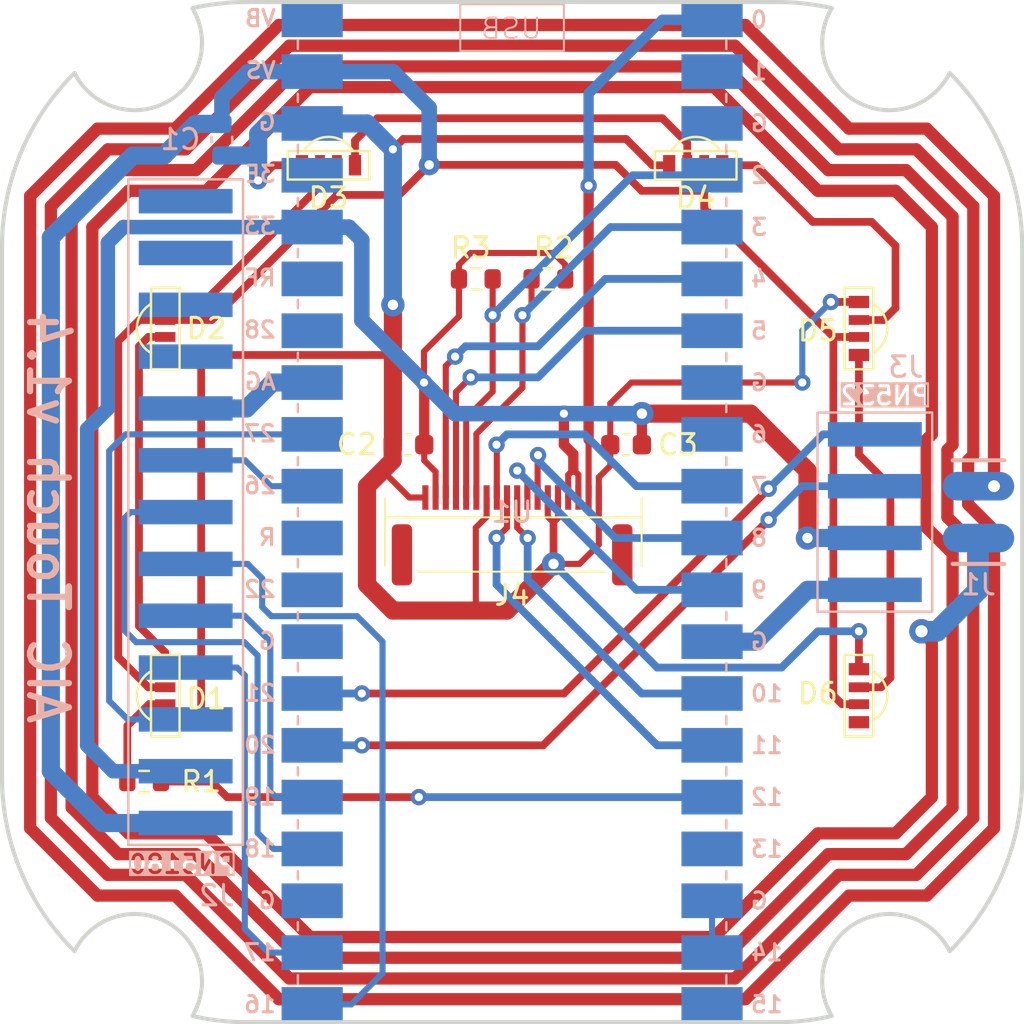
<source format=kicad_pcb>
(kicad_pcb (version 20221018) (generator pcbnew)
  (title_block (title "AIC Pico with PN5180"))
  (layers (0 "F.Cu" signal) (31 "B.Cu" signal) (34 "B.Paste" user) (35 "F.Paste" user) (36 "B.SilkS" user "B.Silkscreen") (37 "F.SilkS" user "F.Silkscreen") (38 "B.Mask" user) (39 "F.Mask" user) (44 "Edge.Cuts" user))
  (net 0 "")
  (net 1 "+5V")
  (net 2 "GND")
  (net 3 "+3V3")
  (net 4 "Net-(D1-In)")
  (net 5 "Net-(D1-Out)")
  (net 6 "Net-(D2-Out)")
  (net 7 "/RGB")
  (net 8 "Net-(D5-Out)")
  (net 10 "/LEDK")
  (net 11 "/D{slash}C")
  (net 12 "/CS")
  (net 13 "/SCK")
  (net 14 "/SDA")
  (net 15 "/RST")
  (net 16 "/TP_SCL")
  (net 17 "/TP_SDA")
  (net 18 "/TP_RST")
  (net 20 "/TP_INT")
  (net 22 "Net-(J3-SDA)")
  (net 23 "Net-(J3-SCL)")
  (net 28 "/ANT")
  (net 29 "Net-(J2-RST)")
  (net 30 "Net-(J2-NSS)")
  (net 31 "Net-(J2-MOSI)")
  (net 32 "Net-(J2-MISO)")
  (net 33 "Net-(J2-SCK)")
  (net 34 "Net-(J2-BUSY)")
  (net 39 "unconnected-(U1-GPIO6-Pad9)")
  (net 43 "Net-(D3-Out)")
  (net 44 "Net-(D4-Out)")
  (net 45 "Net-(U1-GPIO14)")
  (net 50 "/5180_GND")
  (net 51 "/532_GND")
  (footprint "aic_pico:WS2812B-1204" (layer "F.Cu") (at 144.32 96.4 180)
    (fp_text reference "D4")
    (fp_text value "WS2812B_Unified" hide)
  )
  (footprint "aic_pico:WS2812B-1204" (layer "F.Cu") (at 152.32 104.4 90)
    (fp_text reference "D5")
    (fp_text value "WS2812B_Unified" hide)
  )
  (footprint "Resistor_SMD:R_0603_1608Metric" (layer "F.Cu") (at 137.098 101.97)
    (fp_text reference "R2")
    (fp_text value "2K" hide)
  )
  (footprint "aic_pico:WS2812B-1204" (layer "F.Cu") (at 126.32 96.4 180)
    (fp_text reference "D3")
    (fp_text value "WS2812B_Unified" hide)
  )
  (footprint "aic_pico:WS2812B-1204" (layer "F.Cu") (at 118.32 122.4 -90)
    (fp_text reference "D1")
    (fp_text value "WS2812B_Unified" hide)
  )
  (footprint "Capacitor_SMD:C_0603_1608Metric" (layer "F.Cu") (at 140.908 110.098 180)
    (fp_text reference "C3")
    (fp_text value "0.1uF" hide)
  )
  (footprint "Resistor_SMD:R_0603_1608Metric" (layer "F.Cu") (at 117.286 126.608)
    (fp_text reference "R1")
    (fp_text value "10" hide)
  )
  (footprint "Resistor_SMD:R_0603_1608Metric" (layer "F.Cu") (at 133.542 101.97 180)
    (fp_text reference "R3")
    (fp_text value "2K" hide)
  )
  (footprint "aic_pico:FPC-0.5-1.0H-18P" (layer "F.Cu") (at 135.32 114.035)
    (fp_text reference "J4")
    (fp_text value "Display" hide)
  )
  (footprint "Capacitor_SMD:C_0603_1608Metric" (layer "F.Cu") (at 130.24 110.098 180)
    (fp_text reference "C2")
    (fp_text value "0.1uF" hide)
  )
  (footprint "aic_pico:WS2812B-1204" (layer "F.Cu") (at 152.32 122.4 90)
    (fp_text reference "D6")
    (fp_text value "WS2812B_Unified" hide)
  )
  (footprint "aic_pico:WS2812B-1204" (layer "F.Cu") (at 118.32 104.4 -90)
    (fp_text reference "D2")
    (fp_text value "WS2812B_Unified" hide)
  )
  (footprint "aic_pico:ANT_2P" (layer "B.Cu") (at 158.18 113.4)
    (fp_text reference "J1")
    (fp_text value "Antenna" hide)
  )
  (footprint "aic_pico:RPi_Pico_SMD_No_USB" (layer "B.Cu") (at 135.32 113.4 180)
    (fp_text reference "U1")
    (fp_text value "Pico")
  )
  (footprint "aic_pico:pn5180_conn" (layer "B.Cu") (at 119.32 113.4)
    (fp_text reference "J2")
    (fp_text value "PN5180" hide)
  )
  (footprint "aic_pico:pn532_conn" (layer "B.Cu") (at 153.1 113.4)
    (fp_text reference "J3")
    (fp_text value "PN532" hide)
  )
  (footprint "Capacitor_SMD:C_0603_1608Metric" (layer "B.Cu") (at 121.096 95.144819 -90)
    (fp_text reference "C1")
    (fp_text value "0.1uF" hide)
  )
  (gr_line (start 148.32 138.399999) (end 122.32 138.399999) (stroke (width 0.2)) (layer "Edge.Cuts"))
  (gr_line (start 160.32 126.399999) (end 160.32 100.399999) (stroke (width 0.2)) (layer "Edge.Cuts"))
  (gr_arc (start 119.649044 88.701025) (mid 118.410332 93.29151) (end 113.870189 91.879395) (stroke (width 0.2)) (layer "Edge.Cuts"))
  (gr_arc (start 150.990956 138.098973) (mid 152.229668 133.508486) (end 156.769811 134.920603) (stroke (width 0.2)) (layer "Edge.Cuts"))
  (gr_arc (start 110.32 100.399999) (mid 111.243048 95.784684) (end 113.870189 91.879395) (stroke (width 0.2)) (layer "Edge.Cuts"))
  (gr_arc (start 113.870189 134.920603) (mid 111.243048 131.015314) (end 110.32 126.399999) (stroke (width 0.2)) (layer "Edge.Cuts"))
  (gr_arc (start 122.32 138.399999) (mid 120.976067 138.324505) (end 119.649044 138.098973) (stroke (width 0.2)) (layer "Edge.Cuts"))
  (gr_arc (start 156.769811 91.879395) (mid 159.396952 95.784684) (end 160.32 100.399999) (stroke (width 0.2)) (layer "Edge.Cuts"))
  (gr_arc (start 160.32 126.399999) (mid 159.396952 131.015314) (end 156.769811 134.920603) (stroke (width 0.2)) (layer "Edge.Cuts"))
  (gr_arc (start 156.769811 91.879395) (mid 152.229668 93.291511) (end 150.990956 88.701025) (stroke (width 0.2)) (layer "Edge.Cuts"))
  (gr_arc (start 150.990956 138.098973) (mid 149.663933 138.324505) (end 148.32 138.399999) (stroke (width 0.2)) (layer "Edge.Cuts"))
  (gr_arc (start 113.870189 134.920603) (mid 118.410332 133.508487) (end 119.649044 138.098973) (stroke (width 0.2)) (layer "Edge.Cuts"))
  (gr_line (start 148.32 88.399999) (end 122.32 88.399999) (stroke (width 0.2)) (layer "Edge.Cuts"))
  (gr_line (start 110.32 126.399999) (end 110.32 100.399999) (stroke (width 0.2)) (layer "Edge.Cuts"))
  (gr_arc (start 148.32 88.399999) (mid 149.663933 88.475493) (end 150.990956 88.701025) (stroke (width 0.2)) (layer "Edge.Cuts"))
  (gr_arc (start 119.649044 88.701025) (mid 120.976067 88.475493) (end 122.32 88.399999) (stroke (width 0.2)) (layer "Edge.Cuts"))
  (gr_text "AIC Touch v1.4" (at 111.444 113.654 270) (layer "B.SilkS") (effects (font (size 1.905 1.778) (thickness 0.3048) bold) (justify bottom mirror)))
  (gr_text "PN532" (at 155.891601 108.214794) (layer "B.SilkS" knockout) (effects (font (size 0.889 0.889) (thickness 0.1524) bold) (justify left bottom mirror)))
  (gr_text "PN5180" (at 121.858 131.18) (layer "B.SilkS" knockout) (effects (font (size 0.889 0.889) (thickness 0.1524) bold) (justify left bottom mirror)))
  (segment (start 151.489052 122.815) (end 152.32 122.815) (width 0.381) (layer "F.Cu") (net 1))
  (segment (start 131.256 96.382) (end 140.4 96.382) (width 0.381) (layer "F.Cu") (net 1))
  (segment (start 141.67 97.652) (end 144.735 97.652) (width 0.381) (layer "F.Cu") (net 1))
  (segment (start 117.049 103.985) (end 116.016 105.018) (width 0.381) (layer "F.Cu") (net 1))
  (segment (start 151.068 104.815) (end 152.32 104.815) (width 0.381) (layer "F.Cu") (net 1))
  (segment (start 116.016 120.512) (end 117.489 121.985) (width 0.381) (layer "F.Cu") (net 1))
  (segment (start 151.068 122.393948) (end 151.489052 122.815) (width 0.381) (layer "F.Cu") (net 1))
  (segment (start 144.735 96.4) (end 144.735 98.482) (width 0.381) (layer "F.Cu") (net 1))
  (segment (start 129.783 97.855) (end 126.735 97.855) (width 0.381) (layer "F.Cu") (net 1))
  (segment (start 118.32 103.985) (end 117.049 103.985) (width 0.381) (layer "F.Cu") (net 1))
  (segment (start 117.489 121.985) (end 118.32 121.985) (width 0.381) (layer "F.Cu") (net 1))
  (segment (start 131.256 96.382) (end 129.783 97.855) (width 0.381) (layer "F.Cu") (net 1))
  (segment (start 126.735 96.4) (end 126.735 97.855) (width 0.381) (layer "F.Cu") (net 1))
  (segment (start 126.735 97.855) (end 120.605 103.985) (width 0.381) (layer "F.Cu") (net 1))
  (segment (start 120.605 103.985) (end 118.32 103.985) (width 0.381) (layer "F.Cu") (net 1))
  (segment (start 116.016 105.018) (end 116.016 120.512) (width 0.381) (layer "F.Cu") (net 1))
  (segment (start 140.4 96.382) (end 141.67 97.652) (width 0.381) (layer "F.Cu") (net 1))
  (segment (start 144.735 98.482) (end 151.068 104.815) (width 0.381) (layer "F.Cu") (net 1))
  (segment (start 151.068 104.815) (end 151.068 122.393948) (width 0.381) (layer "F.Cu") (net 1))
  (via (at 131.256 96.382) (size 1.016) (drill 0.4572) (layers "F.Cu" "B.Cu") (net 1))
  (segment (start 118.251 95.925) (end 119.806181 94.369819) (width 0.889) (layer "B.Cu") (net 1))
  (segment (start 122.366 91.81) (end 121.096 93.08) (width 0.762) (layer "B.Cu") (net 1))
  (segment (start 116.727 95.925) (end 118.251 95.925) (width 0.889) (layer "B.Cu") (net 1))
  (segment (start 119.32 128.64) (end 115.254 128.64) (width 0.889) (layer "B.Cu") (net 1))
  (segment (start 125.52 91.81) (end 122.366 91.81) (width 0.762) (layer "B.Cu") (net 1))
  (segment (start 115.254 128.64) (end 112.714 126.1) (width 0.889) (layer "B.Cu") (net 1))
  (segment (start 112.714 126.1) (end 112.714 99.938) (width 0.889) (layer "B.Cu") (net 1))
  (segment (start 131.256 96.382) (end 131.256 93.588) (width 0.762) (layer "B.Cu") (net 1))
  (segment (start 131.256 93.588) (end 129.478 91.81) (width 0.762) (layer "B.Cu") (net 1))
  (segment (start 112.714 99.938) (end 116.727 95.925) (width 0.889) (layer "B.Cu") (net 1))
  (segment (start 119.806181 94.369819) (end 121.096 94.369819) (width 0.889) (layer "B.Cu") (net 1))
  (segment (start 129.478 91.81) (end 125.52 91.81) (width 0.762) (layer "B.Cu") (net 1))
  (segment (start 121.096 93.08) (end 121.096 94.369819) (width 0.762) (layer "B.Cu") (net 1))
  (segment (start 118.32 123.7) (end 119.432 123.7) (width 0.381) (layer "F.Cu") (net 2))
  (segment (start 137.07 112.685) (end 137.07 113.626) (width 0.3) (layer "F.Cu") (net 2))
  (segment (start 133.542 114.162) (end 133.542 118.226) (width 0.3) (layer "F.Cu") (net 2))
  (segment (start 137.57 113.69) (end 137.352 113.908) (width 0.3) (layer "F.Cu") (net 2))
  (segment (start 129.986 95.112) (end 140.908 95.112) (width 0.381) (layer "F.Cu") (net 2))
  (segment (start 137.07 113.626) (end 137.352 113.908) (width 0.3) (layer "F.Cu") (net 2))
  (segment (start 131.07 112.685) (end 130.287 112.685) (width 0.3) (layer "F.Cu") (net 2))
  (segment (start 134.07 112.685) (end 134.07 113.634) (width 0.3) (layer "F.Cu") (net 2))
  (segment (start 119.432 123.7) (end 120.08 123.052) (width 0.381) (layer "F.Cu") (net 2))
  (segment (start 128.208 116.956) (end 128.208 112.13) (width 0.889) (layer "F.Cu") (net 2))
  (segment (start 118.32 105.7) (end 129.478 105.7) (width 0.381) (layer "F.Cu") (net 2))
  (segment (start 137.352 115.94) (end 138.622 115.94) (width 0.3) (layer "F.Cu") (net 2))
  (segment (start 123.618 96.4) (end 125.02 96.4) (width 0.381) (layer "F.Cu") (net 2))
  (segment (start 129.478 118.226) (end 135.066 118.226) (width 0.889) (layer "F.Cu") (net 2))
  (segment (start 140.908 95.112) (end 142.196 96.4) (width 0.381) (layer "F.Cu") (net 2))
  (segment (start 129.478 118.226) (end 128.208 116.956) (width 0.889) (layer "F.Cu") (net 2))
  (segment (start 137.352 115.94) (end 137.352 113.908) (width 0.381) (layer "F.Cu") (net 2))
  (segment (start 142.196 96.4) (end 143.02 96.4) (width 0.381) (layer "F.Cu") (net 2))
  (segment (start 134.07 113.634) (end 133.542 114.162) (width 0.3) (layer "F.Cu") (net 2))
  (segment (start 129.465 110.873) (end 129.465 110.098) (width 0.889) (layer "F.Cu") (net 2))
  (segment (start 139.57 111.69) (end 139.57 112.685) (width 0.3) (layer "F.Cu") (net 2))
  (segment (start 140.133 110.098) (end 140.133 111.127) (width 0.3) (layer "F.Cu") (net 2))
  (segment (start 129.478 95.62) (end 129.986 95.112) (width 0.381) (layer "F.Cu") (net 2))
  (segment (start 149.544 107.05) (end 141.162 107.05) (width 0.3) (layer "F.Cu") (net 2))
  (segment (start 139.57 114.992) (end 139.57 112.685) (width 0.3) (layer "F.Cu") (net 2))
  (segment (start 140.133 111.127) (end 139.57 111.69) (width 0.3) (layer "F.Cu") (net 2))
  (segment (start 122.874 97.144) (end 123.618 96.4) (width 0.381) (layer "F.Cu") (net 2))
  (segment (start 130.287 112.685) (end 128.97 111.368) (width 0.3) (layer "F.Cu") (net 2))
  (segment (start 150.945803 103.1) (end 152.32 103.1) (width 0.381) (layer "F.Cu") (net 2))
  (segment (start 135.066 118.226) (end 137.352 115.94) (width 0.889) (layer "F.Cu") (net 2))
  (segment (start 141.162 107.05) (end 140.133 108.079) (width 0.3) (layer "F.Cu") (net 2))
  (segment (start 137.57 112.685) (end 137.57 113.69) (width 0.3) (layer "F.Cu") (net 2))
  (segment (start 120.08 123.052) (end 120.08 105.7) (width 0.381) (layer "F.Cu") (net 2))
  (segment (start 152.32 119.242) (end 152.32 121.1) (width 0.381) (layer "F.Cu") (net 2))
  (segment (start 140.133 108.079) (end 140.133 110.098) (width 0.3) (layer "F.Cu") (net 2))
  (segment (start 129.478 110.085) (end 129.465 110.098) (width 0.5) (layer "F.Cu") (net 2))
  (segment (start 129.478 110.085) (end 129.478 103.24) (width 0.889) (layer "F.Cu") (net 2))
  (segment (start 128.208 112.13) (end 129.465 110.873) (width 0.889) (layer "F.Cu") (net 2))
  (segment (start 138.622 115.94) (end 139.57 114.992) (width 0.3) (layer "F.Cu") (net 2))
  (via (at 137.352 115.94) (size 1.143) (drill 0.508) (layers "F.Cu" "B.Cu") (net 2))
  (via (at 122.874 97.144) (size 0.8) (drill 0.4) (layers "F.Cu" "B.Cu") (net 2))
  (via (at 152.32 119.242) (size 0.8) (drill 0.4) (layers "F.Cu" "B.Cu") (net 2))
  (via (at 129.478 95.62) (size 0.8) (drill 0.4) (layers "F.Cu" "B.Cu") (net 2))
  (via (at 150.945803 103.1) (size 0.8) (drill 0.4) (layers "F.Cu" "B.Cu") (net 2))
  (via (at 149.544 107.05) (size 0.8) (drill 0.4) (layers "F.Cu" "B.Cu") (net 2))
  (via (at 129.478 103.24) (size 1.143) (drill 0.508) (layers "F.Cu" "B.Cu") (net 2))
  (segment (start 137.352 115.94) (end 142.432 121.02) (width 0.381) (layer "B.Cu") (net 2))
  (segment (start 122.874 95.919819) (end 121.096 95.919819) (width 0.889) (layer "B.Cu") (net 2))
  (segment (start 123.382 94.35) (end 125.52 94.35) (width 0.889) (layer "B.Cu") (net 2))
  (segment (start 142.432 121.02) (end 148.528 121.02) (width 0.381) (layer "B.Cu") (net 2))
  (segment (start 149.544 107.05) (end 149.544 104.501803) (width 0.3) (layer "B.Cu") (net 2))
  (segment (start 128.208 94.35) (end 125.52 94.35) (width 0.889) (layer "B.Cu") (net 2))
  (segment (start 129.478 103.24) (end 129.478 95.62) (width 0.889) (layer "B.Cu") (net 2))
  (segment (start 148.528 121.02) (end 150.306 119.242) (width 0.381) (layer "B.Cu") (net 2))
  (segment (start 122.874 97.144) (end 122.874 94.858) (width 0.889) (layer "B.Cu") (net 2))
  (segment (start 149.544 104.501803) (end 150.945803 103.1) (width 0.3) (layer "B.Cu") (net 2))
  (segment (start 122.874 94.858) (end 123.382 94.35) (width 0.889) (layer "B.Cu") (net 2))
  (segment (start 150.306 119.242) (end 152.32 119.242) (width 0.381) (layer "B.Cu") (net 2))
  (segment (start 129.478 95.62) (end 128.208 94.35) (width 0.889) (layer "B.Cu") (net 2))
  (segment (start 149.798 111.368) (end 149.798 114.67) (width 0.889) (layer "F.Cu") (net 3))
  (segment (start 147.004 108.574) (end 149.798 111.368) (width 0.889) (layer "F.Cu") (net 3))
  (segment (start 137.86 110.098) (end 137.86 108.574) (width 0.508) (layer "F.Cu") (net 3))
  (segment (start 131.015 110.098) (end 131.015 110.870119) (width 0.3) (layer "F.Cu") (net 3))
  (segment (start 138.321409 111.321409) (end 138.07 111.572818) (width 0.3) (layer "F.Cu") (net 3))
  (segment (start 138.57 111.57) (end 138.57 112.685) (width 0.3) (layer "F.Cu") (net 3))
  (segment (start 138.321409 110.559409) (end 137.86 110.098) (width 0.508) (layer "F.Cu") (net 3))
  (segment (start 131.015 107.063) (end 131.015 110.098) (width 0.508) (layer "F.Cu") (net 3))
  (segment (start 131.015 110.870119) (end 131.57 111.425119) (width 0.3) (layer "F.Cu") (net 3))
  (segment (start 131.002 105.526) (end 132.717 103.811) (width 0.3) (layer "F.Cu") (net 3))
  (segment (start 141.683 108.574) (end 141.683 110.098) (width 0.508) (layer "F.Cu") (net 3))
  (segment (start 132.717 103.811) (end 132.717 101.97) (width 0.3) (layer "F.Cu") (net 3))
  (segment (start 138.321409 111.321409) (end 138.57 111.57) (width 0.3) (layer "F.Cu") (net 3))
  (segment (start 131.002 107.05) (end 131.002 105.526) (width 0.3) (layer "F.Cu") (net 3))
  (segment (start 133.288 100.7) (end 137.352 100.7) (width 0.3) (layer "F.Cu") (net 3))
  (segment (start 137.352 100.7) (end 137.923 101.271) (width 0.3) (layer "F.Cu") (net 3))
  (segment (start 138.07 111.572818) (end 138.07 112.685) (width 0.3) (layer "F.Cu") (net 3))
  (segment (start 137.923 101.271) (end 137.923 101.97) (width 0.3) (layer "F.Cu") (net 3))
  (segment (start 141.683 108.574) (end 147.004 108.574) (width 0.889) (layer "F.Cu") (net 3))
  (segment (start 131.57 111.425119) (end 131.57 112.685) (width 0.3) (layer "F.Cu") (net 3))
  (segment (start 132.717 101.271) (end 133.288 100.7) (width 0.3) (layer "F.Cu") (net 3))
  (segment (start 131.002 107.05) (end 131.015 107.063) (width 0.3) (layer "F.Cu") (net 3))
  (segment (start 132.717 101.97) (end 132.717 101.271) (width 0.3) (layer "F.Cu") (net 3))
  (segment (start 138.321409 111.321409) (end 138.321409 110.559409) (width 0.508) (layer "F.Cu") (net 3))
  (via (at 137.86 108.574) (size 0.8) (drill 0.4) (layers "F.Cu" "B.Cu") (net 3))
  (via (at 141.683 108.574) (size 1.143) (drill 0.508) (layers "F.Cu" "B.Cu") (net 3))
  (via (at 149.798 114.67) (size 1.143) (drill 0.508) (layers "F.Cu" "B.Cu") (net 3))
  (via (at 131.002 107.05) (size 0.8) (drill 0.4) (layers "F.Cu" "B.Cu") (net 3))
  (segment (start 127.319 99.43) (end 125.52 99.43) (width 0.762) (layer "B.Cu") (net 3))
  (segment (start 125.52 99.43) (end 116.27 99.43) (width 0.7112) (layer "B.Cu") (net 3))
  (segment (start 114.492 124.83) (end 115.762 126.1) (width 0.7112) (layer "B.Cu") (net 3))
  (segment (start 114.492 109.336) (end 114.492 124.83) (width 0.7112) (layer "B.Cu") (net 3))
  (segment (start 116.27 99.43) (end 115.508 100.192) (width 0.7112) (layer "B.Cu") (net 3))
  (segment (start 131.002 107.05) (end 127.954 104.002) (width 0.762) (layer "B.Cu") (net 3))
  (segment (start 127.954 104.002) (end 127.954 100.065) (width 0.762) (layer "B.Cu") (net 3))
  (segment (start 115.508 108.32) (end 114.492 109.336) (width 0.7112) (layer "B.Cu") (net 3))
  (segment (start 115.762 126.1) (end 120.08 126.1) (width 0.7112) (layer "B.Cu") (net 3))
  (segment (start 132.526 108.574) (end 131.002 107.05) (width 0.762) (layer "B.Cu") (net 3))
  (segment (start 127.954 100.065) (end 127.319 99.43) (width 0.762) (layer "B.Cu") (net 3))
  (segment (start 149.798 114.67) (end 153.1 114.67) (width 0.889) (layer "B.Cu") (net 3))
  (segment (start 115.508 100.192) (end 115.508 108.32) (width 0.7112) (layer "B.Cu") (net 3))
  (segment (start 141.683 108.574) (end 132.526 108.574) (width 0.762) (layer "B.Cu") (net 3))
  (segment (start 116.461 123.877) (end 117.523 122.815) (width 0.381) (layer "F.Cu") (net 4))
  (segment (start 116.461 126.608) (end 116.461 123.877) (width 0.381) (layer "F.Cu") (net 4))
  (segment (start 117.523 122.815) (end 118.32 122.815) (width 0.381) (layer "F.Cu") (net 4))
  (segment (start 118.32 120.276) (end 117.032 118.988) (width 0.381) (layer "F.Cu") (net 5))
  (segment (start 117.032 105.272) (end 117.489 104.815) (width 0.381) (layer "F.Cu") (net 5))
  (segment (start 118.32 121.1) (end 118.32 120.276) (width 0.381) (layer "F.Cu") (net 5))
  (segment (start 117.032 118.988) (end 117.032 105.272) (width 0.381) (layer "F.Cu") (net 5))
  (segment (start 117.489 104.815) (end 118.32 104.815) (width 0.381) (layer "F.Cu") (net 5))
  (segment (start 125.905 97.415) (end 125.905 96.4) (width 0.381) (layer "F.Cu") (net 6))
  (segment (start 120.22 103.1) (end 125.905 97.415) (width 0.381) (layer "F.Cu") (net 6))
  (segment (start 118.32 103.1) (end 120.22 103.1) (width 0.381) (layer "F.Cu") (net 6))
  (segment (start 130.748 127.37) (end 121.35 127.37) (width 0.381) (layer "F.Cu") (net 7))
  (segment (start 121.35 127.37) (end 120.588 126.608) (width 0.381) (layer "F.Cu") (net 7))
  (segment (start 120.588 126.608) (end 118.111 126.608) (width 0.381) (layer "F.Cu") (net 7))
  (via (at 130.748 127.37) (size 0.8) (drill 0.4) (layers "F.Cu" "B.Cu") (net 7))
  (segment (start 130.748 127.37) (end 145.12 127.37) (width 0.381) (layer "B.Cu") (net 7))
  (segment (start 152.32 110.588) (end 153.862 112.13) (width 0.381) (layer "F.Cu") (net 8))
  (segment (start 152.32 105.7) (end 152.32 110.588) (width 0.381) (layer "F.Cu") (net 8))
  (segment (start 153.862 121.528) (end 153.405 121.985) (width 0.381) (layer "F.Cu") (net 8))
  (segment (start 153.405 121.985) (end 152.32 121.985) (width 0.381) (layer "F.Cu") (net 8))
  (segment (start 153.862 112.13) (end 153.862 121.528) (width 0.381) (layer "F.Cu") (net 8))
  (segment (start 139.07 109.844) (end 139.07 112.685) (width 0.3) (layer "F.Cu") (net 10))
  (segment (start 139.07 97.398) (end 139.07 109.844) (width 0.508) (layer "F.Cu") (net 10))
  (via (at 139.07 97.398) (size 0.8) (drill 0.4) (layers "F.Cu" "B.Cu") (net 10))
  (segment (start 139.07 92.886) (end 142.686 89.27) (width 0.508) (layer "B.Cu") (net 10))
  (segment (start 142.686 89.27) (end 145.12 89.27) (width 0.508) (layer "B.Cu") (net 10))
  (segment (start 139.07 97.398) (end 139.07 92.886) (width 0.508) (layer "B.Cu") (net 10))
  (segment (start 136.57 110.626) (end 136.57 112.685) (width 0.3) (layer "F.Cu") (net 11))
  (segment (start 136.59 110.606) (end 136.57 110.626) (width 0.3) (layer "F.Cu") (net 11))
  (via (at 136.59 110.606) (size 0.8) (drill 0.4) (layers "F.Cu" "B.Cu") (net 11))
  (segment (start 140.38 114.67) (end 145.12 114.67) (width 0.381) (layer "B.Cu") (net 11))
  (segment (start 136.59 110.606) (end 136.59 110.88) (width 0.381) (layer "B.Cu") (net 11))
  (segment (start 136.59 110.88) (end 140.38 114.67) (width 0.381) (layer "B.Cu") (net 11))
  (segment (start 136.07 112.685) (end 136.07 111.864) (width 0.3) (layer "F.Cu") (net 12))
  (segment (start 136.07 111.864) (end 135.574 111.368) (width 0.3) (layer "F.Cu") (net 12))
  (via (at 135.574 111.368) (size 0.8) (drill 0.4) (layers "F.Cu" "B.Cu") (net 12))
  (segment (start 141.416 117.21) (end 145.12 117.21) (width 0.381) (layer "B.Cu") (net 12))
  (segment (start 135.574 111.368) (end 141.416 117.21) (width 0.381) (layer "B.Cu") (net 12))
  (segment (start 136.082 114.67) (end 135.57 114.158) (width 0.3) (layer "F.Cu") (net 13))
  (segment (start 135.57 114.158) (end 135.57 112.685) (width 0.3) (layer "F.Cu") (net 13))
  (via (at 136.082 114.67) (size 0.8) (drill 0.4) (layers "F.Cu" "B.Cu") (net 13))
  (segment (start 141.67 122.29) (end 145.12 122.29) (width 0.381) (layer "B.Cu") (net 13))
  (segment (start 136.082 114.67) (end 136.082 116.702) (width 0.381) (layer "B.Cu") (net 13))
  (segment (start 136.082 116.702) (end 141.67 122.29) (width 0.381) (layer "B.Cu") (net 13))
  (segment (start 135.07 114.158) (end 135.07 112.685) (width 0.3) (layer "F.Cu") (net 14))
  (segment (start 134.558 114.67) (end 135.07 114.158) (width 0.3) (layer "F.Cu") (net 14))
  (via (at 134.558 114.67) (size 0.8) (drill 0.4) (layers "F.Cu" "B.Cu") (net 14))
  (segment (start 142.432 124.83) (end 145.12 124.83) (width 0.381) (layer "B.Cu") (net 14))
  (segment (start 134.558 116.956) (end 142.432 124.83) (width 0.381) (layer "B.Cu") (net 14))
  (segment (start 134.558 114.67) (end 134.558 116.956) (width 0.381) (layer "B.Cu") (net 14))
  (segment (start 134.57 110.11) (end 134.57 112.685) (width 0.3) (layer "F.Cu") (net 15))
  (segment (start 134.558 110.098) (end 134.57 110.11) (width 0.3) (layer "F.Cu") (net 15))
  (via (at 134.558 110.098) (size 0.8) (drill 0.4) (layers "F.Cu" "B.Cu") (net 15))
  (segment (start 135.066 109.59) (end 138.876 109.59) (width 0.381) (layer "B.Cu") (net 15))
  (segment (start 134.558 110.098) (end 135.066 109.59) (width 0.381) (layer "B.Cu") (net 15))
  (segment (start 138.876 109.59) (end 141.416 112.13) (width 0.381) (layer "B.Cu") (net 15))
  (segment (start 141.416 112.13) (end 145.12 112.13) (width 0.381) (layer "B.Cu") (net 15))
  (segment (start 135.828 103.748) (end 136.273 103.303) (width 0.3) (layer "F.Cu") (net 16))
  (segment (start 135.828 107.304) (end 133.57 109.562) (width 0.3) (layer "F.Cu") (net 16))
  (segment (start 135.828 103.748) (end 135.828 107.304) (width 0.3) (layer "F.Cu") (net 16))
  (segment (start 133.57 109.562) (end 133.57 112.685) (width 0.3) (layer "F.Cu") (net 16))
  (segment (start 136.273 103.303) (end 136.273 101.97) (width 0.3) (layer "F.Cu") (net 16))
  (via (at 135.828 103.748) (size 0.8) (drill 0.4) (layers "F.Cu" "B.Cu") (net 16))
  (segment (start 135.828 103.748) (end 140.146 99.43) (width 0.381) (layer "B.Cu") (net 16))
  (segment (start 140.146 99.43) (end 145.12 99.43) (width 0.381) (layer "B.Cu") (net 16))
  (segment (start 134.367 103.748) (end 134.367 107.495) (width 0.3) (layer "F.Cu") (net 17))
  (segment (start 134.367 107.495) (end 133.07 108.792) (width 0.3) (layer "F.Cu") (net 17))
  (segment (start 133.07 108.792) (end 133.07 112.685) (width 0.3) (layer "F.Cu") (net 17))
  (segment (start 134.367 103.748) (end 134.367 101.97) (width 0.3) (layer "F.Cu") (net 17))
  (via (at 134.367 103.748) (size 0.8) (drill 0.4) (layers "F.Cu" "B.Cu") (net 17))
  (segment (start 141.225 96.89) (end 145.12 96.89) (width 0.381) (layer "B.Cu") (net 17))
  (segment (start 134.367 103.748) (end 141.225 96.89) (width 0.381) (layer "B.Cu") (net 17))
  (segment (start 133.288 106.796) (end 132.57 107.514) (width 0.3) (layer "F.Cu") (net 18))
  (segment (start 132.57 107.514) (end 132.57 112.685) (width 0.3) (layer "F.Cu") (net 18))
  (via (at 133.288 106.796) (size 0.8) (drill 0.4) (layers "F.Cu" "B.Cu") (net 18))
  (segment (start 133.288 106.796) (end 136.59 106.796) (width 0.381) (layer "B.Cu") (net 18))
  (segment (start 136.59 106.796) (end 138.876 104.51) (width 0.381) (layer "B.Cu") (net 18))
  (segment (start 138.876 104.51) (end 145.12 104.51) (width 0.381) (layer "B.Cu") (net 18))
  (segment (start 132.07 106.236) (end 132.07 112.685) (width 0.3) (layer "F.Cu") (net 20))
  (segment (start 132.526 105.78) (end 132.07 106.236) (width 0.3) (layer "F.Cu") (net 20))
  (via (at 132.526 105.78) (size 0.8) (drill 0.4) (layers "F.Cu" "B.Cu") (net 20))
  (segment (start 133.034 105.272) (end 136.59 105.272) (width 0.381) (layer "B.Cu") (net 20))
  (segment (start 132.526 105.78) (end 133.034 105.272) (width 0.381) (layer "B.Cu") (net 20))
  (segment (start 139.892 101.97) (end 145.12 101.97) (width 0.381) (layer "B.Cu") (net 20))
  (segment (start 136.59 105.272) (end 139.892 101.97) (width 0.381) (layer "B.Cu") (net 20))
  (segment (start 136.844 124.83) (end 127.954 124.83) (width 0.381) (layer "F.Cu") (net 22))
  (segment (start 147.893 113.781) (end 136.844 124.83) (width 0.381) (layer "F.Cu") (net 22))
  (via (at 147.893 113.781) (size 0.8) (drill 0.4) (layers "F.Cu" "B.Cu") (net 22))
  (via (at 127.954 124.83) (size 0.8) (drill 0.4) (layers "F.Cu" "B.Cu") (net 22))
  (segment (start 149.544 112.13) (end 153.1 112.13) (width 0.381) (layer "B.Cu") (net 22))
  (segment (start 125.52 124.83) (end 127.954 124.83) (width 0.381) (layer "B.Cu") (net 22))
  (segment (start 147.893 113.781) (end 149.544 112.13) (width 0.381) (layer "B.Cu") (net 22))
  (segment (start 147.893 112.257) (end 137.86 122.29) (width 0.381) (layer "F.Cu") (net 23))
  (segment (start 137.86 122.29) (end 127.954 122.29) (width 0.381) (layer "F.Cu") (net 23))
  (via (at 127.954 122.29) (size 0.8) (drill 0.4) (layers "F.Cu" "B.Cu") (net 23))
  (via (at 147.893 112.257) (size 0.8) (drill 0.4) (layers "F.Cu" "B.Cu") (net 23))
  (segment (start 125.52 122.29) (end 127.954 122.29) (width 0.381) (layer "B.Cu") (net 23))
  (segment (start 150.56 109.59) (end 153.1 109.59) (width 0.381) (layer "B.Cu") (net 23))
  (segment (start 147.893 112.257) (end 150.56 109.59) (width 0.381) (layer "B.Cu") (net 23))
  (segment locked (start 150.306 97.652) (end 154.116 97.652) (width 0.6) (layer "F.Cu") (net 28))
  (segment locked (start 154.116 129.148) (end 150.306 129.148) (width 0.6) (layer "F.Cu") (net 28))
  (segment locked (start 155.894 109.59) (end 155.64 109.844) (width 0.6) (layer "F.Cu") (net 28))
  (segment locked (start 113.73 127.878) (end 113.73 98.922) (width 0.6) (layer "F.Cu") (net 28))
  (segment locked (start 155.64 94.604) (end 158.942 97.906) (width 0.6) (layer "F.Cu") (net 28))
  (segment locked (start 157.926 110.606) (end 157.672 110.86) (width 0.6) (layer "F.Cu") (net 28))
  (segment locked (start 116.016 96.636) (end 119.826 96.636) (width 0.6) (layer "F.Cu") (net 28))
  (segment locked (start 145.226 134.228) (end 125.414 134.228) (width 0.6) (layer "F.Cu") (net 28))
  (segment locked (start 157.672 110.86) (end 157.672 113.019) (width 0.6) (layer "F.Cu") (net 28))
  (segment locked (start 156.656 110.352) (end 156.656 113.654) (width 0.6) (layer "F.Cu") (net 28))
  (segment locked (start 158.942 114.289) (end 158.942 128.894) (width 0.6) (layer "F.Cu") (net 28))
  (segment locked (start 114.746 99.43) (end 116.524 97.652) (width 0.6) (layer "F.Cu") (net 28))
  (segment locked (start 151.83 132.196) (end 146.75 137.276) (width 0.6) (layer "F.Cu") (net 28))
  (segment locked (start 155.894 99.43) (end 155.894 109.59) (width 0.6) (layer "F.Cu") (net 28))
  (segment locked (start 112.714 98.414) (end 115.508 95.62) (width 0.6) (layer "F.Cu") (net 28))
  (segment locked (start 119.318 131.18) (end 115.508 131.18) (width 0.6) (layer "F.Cu") (net 28))
  (segment locked (start 118.81 94.604) (end 123.89 89.524) (width 0.6) (layer "F.Cu") (net 28))
  (segment locked (start 157.926 114.924) (end 157.926 128.386) (width 0.6) (layer "F.Cu") (net 28))
  (segment locked (start 156.91 127.878) (end 154.624 130.164) (width 0.6) (layer "F.Cu") (net 28))
  (segment locked (start 151.83 94.604) (end 155.64 94.604) (width 0.6) (layer "F.Cu") (net 28))
  (segment locked (start 119.318 95.62) (end 124.398 90.54) (width 0.6) (layer "F.Cu") (net 28))
  (segment locked (start 145.226 92.572) (end 150.306 97.652) (width 0.6) (layer "F.Cu") (net 28))
  (segment locked (start 146.242 136.26) (end 124.398 136.26) (width 0.6) (layer "F.Cu") (net 28))
  (segment locked (start 124.906 91.556) (end 145.734 91.556) (width 0.6) (layer "F.Cu") (net 28))
  (segment locked (start 114.746 127.37) (end 114.746 99.43) (width 0.6) (layer "F.Cu") (net 28))
  (segment locked (start 112.714 128.386) (end 112.714 98.414) (width 0.6) (layer "F.Cu") (net 28))
  (segment locked (start 154.624 130.164) (end 150.814 130.164) (width 0.6) (layer "F.Cu") (net 28))
  (segment locked (start 150.814 96.636) (end 154.624 96.636) (width 0.6) (layer "F.Cu") (net 28))
  (segment locked (start 155.64 114.162) (end 156.91 115.432) (width 0.6) (layer "F.Cu") (net 28))
  (segment locked (start 155.64 109.844) (end 155.64 114.162) (width 0.6) (layer "F.Cu") (net 28))
  (segment locked (start 123.89 89.524) (end 146.75 89.524) (width 0.6) (layer "F.Cu") (net 28))
  (segment locked (start 116.524 97.652) (end 120.334 97.652) (width 0.6) (layer "F.Cu") (net 28))
  (segment locked (start 125.414 92.572) (end 145.226 92.572) (width 0.6) (layer "F.Cu") (net 28))
  (segment locked (start 155.132 95.62) (end 157.926 98.414) (width 0.6) (layer "F.Cu") (net 28))
  (segment locked (start 158.942 128.894) (end 155.64 132.196) (width 0.6) (layer "F.Cu") (net 28))
  (segment (start 155.894 119.75) (end 155.894 127.37) (width 0.6) (layer "F.Cu") (net 28))
  (segment locked (start 156.656 113.654) (end 157.926 114.924) (width 0.6) (layer "F.Cu") (net 28))
  (segment locked (start 150.814 130.164) (end 145.734 135.244) (width 0.6) (layer "F.Cu") (net 28))
  (segment locked (start 146.75 89.524) (end 151.83 94.604) (width 0.6) (layer "F.Cu") (net 28))
  (segment locked (start 111.698 128.894) (end 111.698 97.906) (width 0.6) (layer "F.Cu") (net 28))
  (segment locked (start 156.91 115.432) (end 156.91 127.878) (width 0.6) (layer "F.Cu") (net 28))
  (segment locked (start 120.334 97.652) (end 125.414 92.572) (width 0.6) (layer "F.Cu") (net 28))
  (segment locked (start 157.926 98.414) (end 157.926 110.606) (width 0.6) (layer "F.Cu") (net 28))
  (segment locked (start 155.64 132.196) (end 151.83 132.196) (width 0.6) (layer "F.Cu") (net 28))
  (segment locked (start 156.91 110.098) (end 156.656 110.352) (width 0.6) (layer "F.Cu") (net 28))
  (segment locked (start 154.116 97.652) (end 155.894 99.43) (width 0.6) (layer "F.Cu") (net 28))
  (segment locked (start 115 132.196) (end 111.698 128.894) (width 0.6) (layer "F.Cu") (net 28))
  (segment locked (start 120.334 129.148) (end 116.524 129.148) (width 0.6) (layer "F.Cu") (net 28))
  (segment locked (start 119.826 96.636) (end 124.906 91.556) (width 0.6) (layer "F.Cu") (net 28))
  (segment (start 155.386 119.242) (end 155.894 119.75) (width 0.6) (layer "F.Cu") (net 28))
  (segment locked (start 151.322 95.62) (end 155.132 95.62) (width 0.6) (layer "F.Cu") (net 28))
  (segment locked (start 116.524 129.148) (end 114.746 127.37) (width 0.6) (layer "F.Cu") (net 28))
  (segment locked (start 151.322 131.18) (end 146.242 136.26) (width 0.6) (layer "F.Cu") (net 28))
  (segment locked (start 124.398 90.54) (end 146.242 90.54) (width 0.6) (layer "F.Cu") (net 28))
  (segment locked (start 116.016 130.164) (end 113.73 127.878) (width 0.6) (layer "F.Cu") (net 28))
  (segment locked (start 146.242 90.54) (end 151.322 95.62) (width 0.6) (layer "F.Cu") (net 28))
  (segment locked (start 154.624 96.636) (end 156.91 98.922) (width 0.6) (layer "F.Cu") (net 28))
  (segment locked (start 125.414 134.228) (end 120.334 129.148) (width 0.6) (layer "F.Cu") (net 28))
  (segment locked (start 119.826 130.164) (end 116.016 130.164) (width 0.6) (layer "F.Cu") (net 28))
  (segment locked (start 150.306 129.148) (end 145.226 134.228) (width 0.6) (layer "F.Cu") (net 28))
  (segment locked (start 118.81 132.196) (end 115 132.196) (width 0.6) (layer "F.Cu") (net 28))
  (segment locked (start 157.672 113.019) (end 158.942 114.289) (width 0.6) (layer "F.Cu") (net 28))
  (segment locked (start 145.734 91.556) (end 150.814 96.636) (width 0.6) (layer "F.Cu") (net 28))
  (segment locked (start 113.73 98.922) (end 116.016 96.636) (width 0.6) (layer "F.Cu") (net 28))
  (segment locked (start 115 94.604) (end 118.81 94.604) (width 0.6) (layer "F.Cu") (net 28))
  (segment locked (start 115.508 131.18) (end 112.714 128.386) (width 0.6) (layer "F.Cu") (net 28))
  (segment locked (start 158.942 97.906) (end 158.942 112.13) (width 0.6) (layer "F.Cu") (net 28))
  (segment locked (start 124.398 136.26) (end 119.318 131.18) (width 0.6) (layer "F.Cu") (net 28))
  (segment locked (start 156.91 98.922) (end 156.91 110.098) (width 0.6) (layer "F.Cu") (net 28))
  (segment locked (start 155.894 127.37) (end 154.116 129.148) (width 0.6) (layer "F.Cu") (net 28))
  (segment locked (start 157.926 128.386) (end 155.132 131.18) (width 0.6) (layer "F.Cu") (net 28))
  (segment locked (start 146.75 137.276) (end 123.89 137.276) (width 0.6) (layer "F.Cu") (net 28))
  (segment locked (start 145.734 135.244) (end 124.906 135.244) (width 0.6) (layer "F.Cu") (net 28))
  (segment locked (start 111.698 97.906) (end 115 94.604) (width 0.6) (layer "F.Cu") (net 28))
  (segment locked (start 124.906 135.244) (end 119.826 130.164) (width 0.6) (layer "F.Cu") (net 28))
  (segment locked (start 115.508 95.62) (end 119.318 95.62) (width 0.6) (layer "F.Cu") (net 28))
  (segment locked (start 123.89 137.276) (end 118.81 132.196) (width 0.6) (layer "F.Cu") (net 28))
  (segment locked (start 155.132 131.18) (end 151.322 131.18) (width 0.6) (layer "F.Cu") (net 28))
  (via (at 155.386 119.242) (size 1.2) (drill 0.6) (layers "F.Cu" "B.Cu") (net 28))
  (via (at 158.942 112.13) (size 1.143) (drill 0.5842) (layers "F.Cu" "B.Cu") (net 28))
  (segment (start 158.18 117.21) (end 158.18 114.67) (width 1.016) (layer "B.Cu") (net 28))
  (segment (start 155.386 119.242) (end 156.148 119.242) (width 1.016) (layer "B.Cu") (net 28))
  (segment (start 156.148 119.242) (end 158.18 117.21) (width 1.016) (layer "B.Cu") (net 28))
  (segment (start 125.52 109.59) (end 116.38 109.59) (width 0.3) (layer "B.Cu") (net 29))
  (segment (start 116.48 123.56) (end 119.32 123.56) (width 0.3) (layer "B.Cu") (net 29))
  (segment (start 116.38 109.59) (end 115.57 110.4) (width 0.3) (layer "B.Cu") (net 29))
  (segment (start 115.57 110.4) (end 115.57 122.65) (width 0.3) (layer "B.Cu") (net 29))
  (segment (start 115.57 122.65) (end 116.48 123.56) (width 0.3) (layer "B.Cu") (net 29))
  (segment (start 122.22 121.4) (end 122.22 133.828) (width 0.3) (layer "B.Cu") (net 30))
  (segment (start 122.22 133.828) (end 123.382 134.99) (width 0.3) (layer "B.Cu") (net 30))
  (segment (start 123.382 134.99) (end 125.52 134.99) (width 0.3) (layer "B.Cu") (net 30))
  (segment (start 121.84 121.02) (end 122.22 121.4) (width 0.3) (layer "B.Cu") (net 30))
  (segment (start 119.32 121.02) (end 121.84 121.02) (width 0.3) (layer "B.Cu") (net 30))
  (segment (start 123.47 119.75) (end 123.47 127.1) (width 0.3) (layer "B.Cu") (net 31))
  (segment (start 123.74 127.37) (end 125.52 127.37) (width 0.3) (layer "B.Cu") (net 31))
  (segment (start 122.2 118.48) (end 123.47 119.75) (width 0.3) (layer "B.Cu") (net 31))
  (segment (start 119.32 118.48) (end 122.2 118.48) (width 0.3) (layer "B.Cu") (net 31))
  (segment (start 123.47 127.1) (end 123.74 127.37) (width 0.3) (layer "B.Cu") (net 31))
  (segment (start 125.52 137.53) (end 127.44 137.53) (width 0.3) (layer "B.Cu") (net 32))
  (segment (start 123.52 118.5) (end 123.07 118.05) (width 0.3) (layer "B.Cu") (net 32))
  (segment (start 127.72 118.5) (end 123.52 118.5) (width 0.3) (layer "B.Cu") (net 32))
  (segment (start 128.97 136) (end 128.97 119.75) (width 0.3) (layer "B.Cu") (net 32))
  (segment (start 128.97 119.75) (end 127.72 118.5) (width 0.3) (layer "B.Cu") (net 32))
  (segment (start 123.07 118.05) (end 123.07 116.65) (width 0.3) (layer "B.Cu") (net 32))
  (segment (start 122.36 115.94) (end 119.32 115.94) (width 0.3) (layer "B.Cu") (net 32))
  (segment (start 127.44 137.53) (end 128.97 136) (width 0.3) (layer "B.Cu") (net 32))
  (segment (start 123.07 116.65) (end 122.36 115.94) (width 0.3) (layer "B.Cu") (net 32))
  (segment (start 122.845 129.125) (end 122.845 120.425) (width 0.3) (layer "B.Cu") (net 33))
  (segment (start 123.63 129.91) (end 122.845 129.125) (width 0.3) (layer "B.Cu") (net 33))
  (segment (start 116.32 119.2) (end 116.32 113.7) (width 0.3) (layer "B.Cu") (net 33))
  (segment (start 116.32 113.7) (end 116.62 113.4) (width 0.3) (layer "B.Cu") (net 33))
  (segment (start 122.845 120.425) (end 122.195 119.775) (width 0.3) (layer "B.Cu") (net 33))
  (segment (start 122.195 119.775) (end 116.895 119.775) (width 0.3) (layer "B.Cu") (net 33))
  (segment (start 116.895 119.775) (end 116.32 119.2) (width 0.3) (layer "B.Cu") (net 33))
  (segment (start 125.52 129.91) (end 123.63 129.91) (width 0.3) (layer "B.Cu") (net 33))
  (segment (start 116.62 113.4) (end 119.32 113.4) (width 0.3) (layer "B.Cu") (net 33))
  (segment (start 123.5 112.13) (end 125.52 112.13) (width 0.3) (layer "B.Cu") (net 34))
  (segment (start 122.23 110.86) (end 123.5 112.13) (width 0.3) (layer "B.Cu") (net 34))
  (segment (start 119.32 110.86) (end 122.23 110.86) (width 0.3) (layer "B.Cu") (net 34))
  (segment (start 145.111 109.581) (end 145.12 109.59) (width 0.381) (layer "B.Cu") (net 39))
  (segment (start 127.62 95.192) (end 128.716 94.096) (width 0.381) (layer "F.Cu") (net 43))
  (segment (start 142.686 94.096) (end 143.905 95.315) (width 0.381) (layer "F.Cu") (net 43))
  (segment (start 128.716 94.096) (end 142.686 94.096) (width 0.381) (layer "F.Cu") (net 43))
  (segment (start 143.905 95.315) (end 143.905 96.4) (width 0.381) (layer "F.Cu") (net 43))
  (segment (start 127.62 96.4) (end 127.62 95.192) (width 0.381) (layer "F.Cu") (net 43))
  (segment (start 150.052 99.176) (end 152.943 99.176) (width 0.381) (layer "F.Cu") (net 44))
  (segment (start 152.943 99.176) (end 154.113 100.346) (width 0.381) (layer "F.Cu") (net 44))
  (segment (start 153.522 103.985) (end 152.32 103.985) (width 0.381) (layer "F.Cu") (net 44))
  (segment (start 145.62 96.4) (end 147.276 96.4) (width 0.381) (layer "F.Cu") (net 44))
  (segment (start 154.113 100.346) (end 154.113 103.394) (width 0.381) (layer "F.Cu") (net 44))
  (segment (start 154.113 103.394) (end 153.522 103.985) (width 0.381) (layer "F.Cu") (net 44))
  (segment (start 147.276 96.4) (end 150.052 99.176) (width 0.381) (layer "F.Cu") (net 44))
  (segment (start 145.12 134.99) (end 145.12 132.45) (width 0.3) (layer "B.Cu") (net 45))
  (segment (start 123.576 107.05) (end 125.52 107.05) (width 0.889) (layer "B.Cu") (net 50))
  (segment (start 122.306 108.32) (end 123.576 107.05) (width 0.889) (layer "B.Cu") (net 50))
  (segment (start 119.32 108.32) (end 122.306 108.32) (width 0.889) (layer "B.Cu") (net 50))
  (segment (start 149.798 117.21) (end 153.1 117.21) (width 0.889) (layer "B.Cu") (net 51))
  (segment (start 147.258 119.75) (end 149.798 117.21) (width 0.889) (layer "B.Cu") (net 51))
  (segment (start 145.12 119.75) (end 147.258 119.75) (width 0.889) (layer "B.Cu") (net 51))
)
</source>
